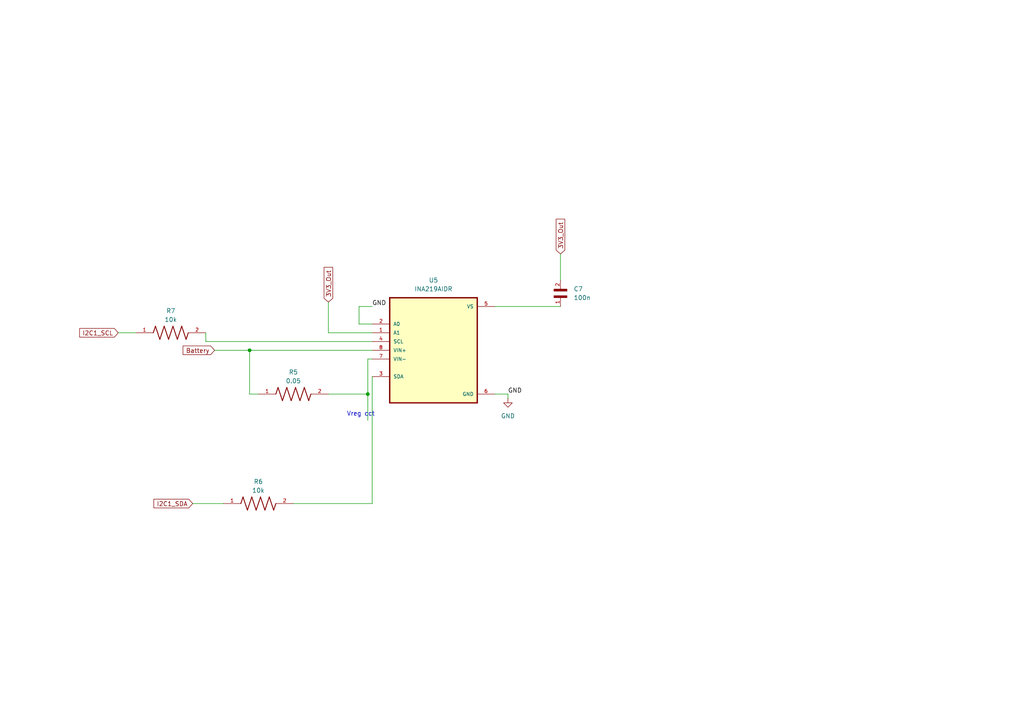
<source format=kicad_sch>
(kicad_sch (version 20250114) (generator "eeschema") (generator_version "9.0")
  (paper "A4")
  (title_block (date "2025-03-23") (rev "v0") (company "University of Cape Town") (comment 3 "HNYPHI001, OWNHAN001") (comment 4 "Phila Haanyama, Hannah Owen"))
  (lib_symbols
    (symbol "1206W4F1002T5E[1]:1206W4F1002T5E" (pin_names (offset 1.016))
      (property "Reference" "R" (at -5.08 2.54 0))
      (property "Value" "1206W4F1002T5E" (at -5.08 -3.81 0))
      (symbol "1206W4F1002T5E_0_0"
        (polyline (pts (xy -5.08 0) (xy -4.445 1.905)) (stroke (width 0.254)))
        (polyline (pts (xy -4.445 1.905) (xy -3.175 -1.905)) (stroke (width 0.254)))
        (polyline (pts (xy -3.175 -1.905) (xy -1.905 1.905)) (stroke (width 0.254)))
        (polyline (pts (xy -1.905 1.905) (xy -0.635 -1.905)) (stroke (width 0.254)))
        (polyline (pts (xy -0.635 -1.905) (xy 0.635 1.905)) (stroke (width 0.254)))
        (polyline (pts (xy 0.635 1.905) (xy 1.905 -1.905)) (stroke (width 0.254)))
        (polyline (pts (xy 1.905 -1.905) (xy 3.175 1.905)) (stroke (width 0.254)))
        (polyline (pts (xy 3.175 1.905) (xy 4.445 -1.905)) (stroke (width 0.254)))
        (polyline (pts (xy 4.445 -1.905) (xy 5.08 0)) (stroke (width 0.254)))
        (pin passive line (at -10.16 0 0) (length 5.08) (name "~") (number "1"))
        (pin passive line (at 10.16 0 180) (length 5.08) (name "~") (number "2"))
      )
    )
    (symbol "CL05B104KO5NNNC[1]:CL05B104KO5NNNC" (pin_names (offset 1.016))
      (property "Reference" "C" (at 0 3.81 0))
      (property "Value" "CL05B104KO5NNNC" (at 0 -5.08 0))
      (symbol "CL05B104KO5NNNC_0_0"
        (rectangle (start 0 -1.905) (end 0.635 1.905) (stroke (width 0.1)) (fill (type outline)))
        (rectangle (start 1.905 -1.905) (end 2.54 1.905) (stroke (width 0.1)) (fill (type outline)))
        (pin passive line (at -2.54 0 0) (length 2.54) (name "~") (number "2"))
        (pin passive line (at 5.08 0 180) (length 2.54) (name "~") (number "1"))
      )
    )
    (symbol "INA219AIDR[1]:INA219AIDR" (pin_names (offset 1.016))
      (property "Reference" "U" (at -12.7 16.24 0))
      (property "Value" "INA219AIDR" (at -12.7 -19.24 0))
      (symbol "INA219AIDR_0_0"
        (rectangle (start -12.7 -15.24) (end 12.7 15.24) (stroke (width 0.41)) (fill (type background)))
        (pin input line (at -17.78 7.62 0) (length 5.08) (name "A0") (number "2"))
        (pin input line (at -17.78 5.08 0) (length 5.08) (name "A1") (number "1"))
        (pin input line (at -17.78 2.54 0) (length 5.08) (name "SCL") (number "4"))
        (pin input line (at -17.78 0 0) (length 5.08) (name "VIN+") (number "8"))
        (pin input line (at -17.78 -2.54 0) (length 5.08) (name "VIN-") (number "7"))
        (pin bidirectional line (at -17.78 -7.62 0) (length 5.08) (name "SDA") (number "3"))
        (pin power_in line (at 17.78 12.7 180) (length 5.08) (name "VS") (number "5"))
        (pin power_in line (at 17.78 -12.7 180) (length 5.08) (name "GND") (number "6"))
      )
    )
    (symbol "RL1206FR-070R05L[1]:RL1206FR-070R05L" (pin_names (offset 1.016))
      (property "Reference" "R" (at -7.6244 2.5415 0))
      (property "Value" "RL1206FR-070R05L" (at -7.63 -5.0866 0))
      (symbol "RL1206FR-070R05L_0_0"
        (polyline (pts (xy -5.08 0) (xy -4.445 1.905)) (stroke (width 0.254)))
        (polyline (pts (xy -4.445 1.905) (xy -3.175 -1.905)) (stroke (width 0.254)))
        (polyline (pts (xy -3.175 -1.905) (xy -1.905 1.905)) (stroke (width 0.254)))
        (polyline (pts (xy -1.905 1.905) (xy -0.635 -1.905)) (stroke (width 0.254)))
        (polyline (pts (xy -0.635 -1.905) (xy 0.635 1.905)) (stroke (width 0.254)))
        (polyline (pts (xy 0.635 1.905) (xy 1.905 -1.905)) (stroke (width 0.254)))
        (polyline (pts (xy 1.905 -1.905) (xy 3.175 1.905)) (stroke (width 0.254)))
        (polyline (pts (xy 3.175 1.905) (xy 4.445 -1.905)) (stroke (width 0.254)))
        (polyline (pts (xy 4.445 -1.905) (xy 5.08 0)) (stroke (width 0.254)))
        (pin passive line (at -10.16 0 0) (length 5.08) (name "~") (number "1"))
        (pin passive line (at 10.16 0 180) (length 5.08) (name "~") (number "2"))
      )
    )
    (symbol "power:GND" (power) (pin_numbers (hide yes)) (pin_names (offset 0) (hide yes))
      (property "Value" "GND" (at 0 -3.81 0))
      (symbol "GND_0_1"
        (polyline (pts (xy 0 0) (xy 0 -1.27) (xy 1.27 -1.27) (xy 0 -2.54) (xy -1.27 -1.27) (xy 0 -1.27)))
      )
      (symbol "GND_1_1"
        (pin power_in line (at 0 0 270) (length 0) (name "~") (number "1"))
      )
    )
  )
  (text "Vreg cct" (at 104.648 120.142 0) (effects (font (size 1.27 1.27))))
  (junction (at 106.68 114.3))
  (junction (at 72.39 101.6))
  (wire (pts (xy 107.95 146.05) (xy 85.09 146.05)))
  (wire (pts (xy 147.32 114.3) (xy 147.32 115.57)))
  (wire (pts (xy 106.68 114.3) (xy 95.25 114.3)))
  (wire (pts (xy 34.29 96.52) (xy 39.37 96.52)))
  (wire (pts (xy 72.39 101.6) (xy 72.39 114.3)))
  (wire (pts (xy 107.95 96.52) (xy 95.25 96.52)))
  (wire (pts (xy 143.51 88.9) (xy 162.56 88.9)))
  (wire (pts (xy 104.14 93.98) (xy 104.14 88.9)))
  (wire (pts (xy 107.95 104.14) (xy 106.68 104.14)))
  (wire (pts (xy 72.39 114.3) (xy 74.93 114.3)))
  (wire (pts (xy 95.25 87.63) (xy 95.25 96.52)))
  (wire (pts (xy 59.69 96.52) (xy 59.69 99.06)))
  (wire (pts (xy 107.95 109.22) (xy 107.95 146.05)))
  (wire (pts (xy 59.69 99.06) (xy 107.95 99.06)))
  (wire (pts (xy 55.88 146.05) (xy 64.77 146.05)))
  (wire (pts (xy 62.23 101.6) (xy 72.39 101.6)))
  (wire (pts (xy 104.14 88.9) (xy 107.95 88.9)))
  (wire (pts (xy 107.95 101.6) (xy 72.39 101.6)))
  (wire (pts (xy 162.56 73.66) (xy 162.56 81.28)))
  (wire (pts (xy 106.68 104.14) (xy 106.68 114.3)))
  (wire (pts (xy 107.95 93.98) (xy 104.14 93.98)))
  (wire (pts (xy 143.51 114.3) (xy 147.32 114.3)))
  (wire (pts (xy 106.68 114.3) (xy 106.68 121.92)))
  (label "GND" (at 147.32 114.3 0))
  (label "GND" (at 107.95 88.9 0))
  (global_label "3V3_Out" (shape input) (at 162.56 73.66 90) (property "Intersheetrefs" "${INTERSHEET_REFS}" (effects (hide yes))))
  (global_label "3V3_Out" (shape input) (at 95.25 87.63 90) (property "Intersheetrefs" "${INTERSHEET_REFS}" (effects (hide yes))))
  (global_label "Battery" (shape input) (at 62.23 101.6 180) (property "Intersheetrefs" "${INTERSHEET_REFS}" (effects (hide yes))))
  (global_label "I2C1_SDA" (shape input) (at 55.88 146.05 180) (property "Intersheetrefs" "${INTERSHEET_REFS}" (effects (hide yes))))
  (global_label "I2C1_SCL" (shape input) (at 34.29 96.52 180) (property "Intersheetrefs" "${INTERSHEET_REFS}" (effects (hide yes))))
  (symbol (lib_id "1206W4F1002T5E[1]:1206W4F1002T5E") (at 49.53 96.52 0) (unit 1)
    (property "Reference" "R7" (at 49.53 90.17 0))
    (property "Value" "10k" (at 49.53 92.71 0))
    (property "Footprint" "1206W4F1002T5E:RESC3115X65N" (effects (hide yes)))
    (property "MF" "Uni-Royal" (effects (hide yes)))
    (property "MAXIMUM_PACKAGE_HEIGHT" "0.65mm" (effects (hide yes)))
    (property "Package" "1206-2 ROYAL" (effects (hide yes)))
    (property "Price" "None" (effects (hide yes)))
    (property "Check_prices" "https://www.snapeda.com/parts/1206W4F1002T5E/Uni-Royal/view-part/?ref=eda" (effects (hide yes)))
    (property "STANDARD" "IPC-7351B" (effects (hide yes)))
    (property "PARTREV" "V3" (effects (hide yes)))
    (property "SnapEDA_Link" "https://www.snapeda.com/parts/1206W4F1002T5E/Uni-Royal/view-part/?ref=snap" (effects (hide yes)))
    (property "MP" "1206W4F1002T5E" (effects (hide yes)))
    (property "Description_1" "10K Ohm 1/4W Thick Film Resistor 1206 Chip - Surface Mount" (effects (hide yes)))
    (property "Availability" "Not in stock" (effects (hide yes)))
    (property "MANUFACTURER" "Uni-Royal" (effects (hide yes)))
  )
  (symbol (lib_id "RL1206FR-070R05L[1]:RL1206FR-070R05L") (at 85.09 114.3 0) (unit 1)
    (property "Reference" "R5" (at 85.09 107.95 0))
    (property "Value" "0.05" (at 85.09 110.49 0))
    (property "Footprint" "RL1206FR-070R05L:RESC3116X65N" (effects (hide yes)))
    (property "MF" "Yageo" (effects (hide yes)))
    (property "Description_1" "50 mOhms ±1% 0.25W, 1/4W Chip Resistor 1206 (3216 Metric) Automotive AEC-Q200, Current Sense, Moisture Resistant Thick Film" (effects (hide yes)))
    (property "Package" "3116 Yageo" (effects (hide yes)))
    (property "Price" "None" (effects (hide yes)))
    (property "SnapEDA_Link" "https://www.snapeda.com/parts/RL1206FR-070R05L/Yageo/view-part/?ref=snap" (effects (hide yes)))
    (property "MP" "RL1206FR-070R05L" (effects (hide yes)))
    (property "Availability" "In Stock" (effects (hide yes)))
    (property "Check_prices" "https://www.snapeda.com/parts/RL1206FR-070R05L/Yageo/view-part/?ref=eda" (effects (hide yes)))
  )
  (symbol (lib_id "CL05B104KO5NNNC[1]:CL05B104KO5NNNC") (at 162.56 83.82 270) (unit 1)
    (property "Reference" "C7" (at 166.37 83.8199 90) (effects (justify left)))
    (property "Value" "100n" (at 166.37 86.3599 90) (effects (justify left)))
    (property "Footprint" "CL05B104KO5NNNC:CAPC1005X55N" (effects (hide yes)))
    (property "MF" "Samsung" (effects (hide yes)))
    (property "Description_1" "0.1 µF ±10% 16V Ceramic Capacitor X7R 0402 (1005 Metric)" (effects (hide yes)))
    (property "Package" "None" (effects (hide yes)))
    (property "Price" "None" (effects (hide yes)))
    (property "SnapEDA_Link" "https://www.snapeda.com/parts/CL05B104KO5NNNC/Samsung/view-part/?ref=snap" (effects (hide yes)))
    (property "MP" "CL05B104KO5NNNC" (effects (hide yes)))
    (property "Availability" "In Stock" (effects (hide yes)))
    (property "Check_prices" "https://www.snapeda.com/parts/CL05B104KO5NNNC/Samsung/view-part/?ref=eda" (effects (hide yes)))
  )
  (symbol (lib_id "power:GND") (at 147.32 115.57 0) (unit 1)
    (property "Reference" "#PWR03" (effects (hide yes)))
    (property "Value" "GND" (at 147.32 120.65 0))
    (property "Description" "Power symbol creates a global label with name \"GND\" , ground" (effects (hide yes)))
  )
  (symbol (lib_id "INA219AIDR[1]:INA219AIDR") (at 125.73 101.6 0) (unit 1)
    (property "Reference" "U5" (at 125.73 81.28 0))
    (property "Value" "INA219AIDR" (at 125.73 83.82 0))
    (property "Footprint" "INA219AIDR:SOIC127P599X175-8N" (effects (hide yes)))
    (property "MF" "Texas Instruments" (effects (hide yes)))
    (property "Description_1" "26-V 12-bit I2C output digital power monitor" (effects (hide yes)))
    (property "Package" "SOIC-8 Texas Instruments" (effects (hide yes)))
    (property "Price" "None" (effects (hide yes)))
    (property "SnapEDA_Link" "https://www.snapeda.com/parts/INA219AIDR/Texas+Instruments/view-part/?ref=snap" (effects (hide yes)))
    (property "MP" "INA219AIDR" (effects (hide yes)))
    (property "Availability" "In Stock" (effects (hide yes)))
    (property "Check_prices" "https://www.snapeda.com/parts/INA219AIDR/Texas+Instruments/view-part/?ref=eda" (effects (hide yes)))
  )
  (symbol (lib_id "1206W4F1002T5E[1]:1206W4F1002T5E") (at 74.93 146.05 0) (unit 1)
    (property "Reference" "R6" (at 74.93 139.7 0))
    (property "Value" "10k" (at 74.93 142.24 0))
    (property "Footprint" "1206W4F1002T5E:RESC3115X65N" (effects (hide yes)))
    (property "MF" "Uni-Royal" (effects (hide yes)))
    (property "MAXIMUM_PACKAGE_HEIGHT" "0.65mm" (effects (hide yes)))
    (property "Package" "1206-2 ROYAL" (effects (hide yes)))
    (property "Price" "None" (effects (hide yes)))
    (property "Check_prices" "https://www.snapeda.com/parts/1206W4F1002T5E/Uni-Royal/view-part/?ref=eda" (effects (hide yes)))
    (property "STANDARD" "IPC-7351B" (effects (hide yes)))
    (property "PARTREV" "V3" (effects (hide yes)))
    (property "SnapEDA_Link" "https://www.snapeda.com/parts/1206W4F1002T5E/Uni-Royal/view-part/?ref=snap" (effects (hide yes)))
    (property "MP" "1206W4F1002T5E" (effects (hide yes)))
    (property "Description_1" "10K Ohm 1/4W Thick Film Resistor 1206 Chip - Surface Mount" (effects (hide yes)))
    (property "Availability" "Not in stock" (effects (hide yes)))
    (property "MANUFACTURER" "Uni-Royal" (effects (hide yes)))
  )
)
</source>
